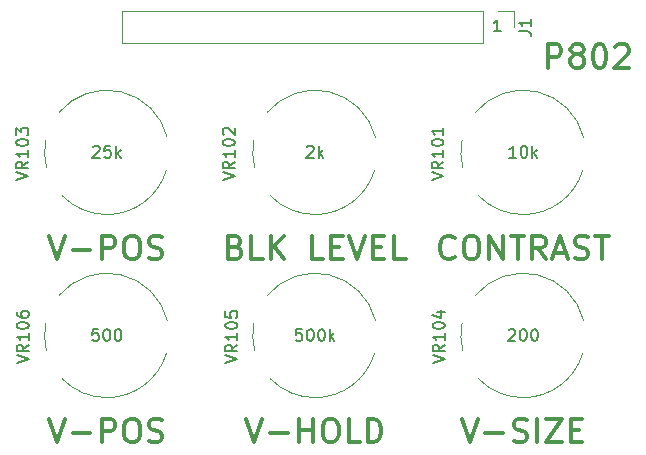
<source format=gbr>
%TF.GenerationSoftware,KiCad,Pcbnew,8.0.7*%
%TF.CreationDate,2025-03-30T18:54:05-04:00*%
%TF.ProjectId,WG P802 Adjustment Board,57472050-3830-4322-9041-646a7573746d,rev?*%
%TF.SameCoordinates,Original*%
%TF.FileFunction,Legend,Top*%
%TF.FilePolarity,Positive*%
%FSLAX46Y46*%
G04 Gerber Fmt 4.6, Leading zero omitted, Abs format (unit mm)*
G04 Created by KiCad (PCBNEW 8.0.7) date 2025-03-30 18:54:05*
%MOMM*%
%LPD*%
G01*
G04 APERTURE LIST*
%ADD10C,0.300000*%
%ADD11C,0.150000*%
%ADD12C,0.120000*%
G04 APERTURE END LIST*
D10*
X68559524Y-63659638D02*
X69226190Y-65659638D01*
X69226190Y-65659638D02*
X69892857Y-63659638D01*
X70559524Y-64897733D02*
X72083334Y-64897733D01*
X72940476Y-65564400D02*
X73226190Y-65659638D01*
X73226190Y-65659638D02*
X73702381Y-65659638D01*
X73702381Y-65659638D02*
X73892857Y-65564400D01*
X73892857Y-65564400D02*
X73988095Y-65469161D01*
X73988095Y-65469161D02*
X74083333Y-65278685D01*
X74083333Y-65278685D02*
X74083333Y-65088209D01*
X74083333Y-65088209D02*
X73988095Y-64897733D01*
X73988095Y-64897733D02*
X73892857Y-64802495D01*
X73892857Y-64802495D02*
X73702381Y-64707257D01*
X73702381Y-64707257D02*
X73321428Y-64612019D01*
X73321428Y-64612019D02*
X73130952Y-64516780D01*
X73130952Y-64516780D02*
X73035714Y-64421542D01*
X73035714Y-64421542D02*
X72940476Y-64231066D01*
X72940476Y-64231066D02*
X72940476Y-64040590D01*
X72940476Y-64040590D02*
X73035714Y-63850114D01*
X73035714Y-63850114D02*
X73130952Y-63754876D01*
X73130952Y-63754876D02*
X73321428Y-63659638D01*
X73321428Y-63659638D02*
X73797619Y-63659638D01*
X73797619Y-63659638D02*
X74083333Y-63754876D01*
X74940476Y-65659638D02*
X74940476Y-63659638D01*
X75702381Y-63659638D02*
X77035714Y-63659638D01*
X77035714Y-63659638D02*
X75702381Y-65659638D01*
X75702381Y-65659638D02*
X77035714Y-65659638D01*
X77797619Y-64612019D02*
X78464286Y-64612019D01*
X78750000Y-65659638D02*
X77797619Y-65659638D01*
X77797619Y-65659638D02*
X77797619Y-63659638D01*
X77797619Y-63659638D02*
X78750000Y-63659638D01*
D11*
X71860588Y-30869819D02*
X71289160Y-30869819D01*
X71574874Y-30869819D02*
X71574874Y-29869819D01*
X71574874Y-29869819D02*
X71479636Y-30012676D01*
X71479636Y-30012676D02*
X71384398Y-30107914D01*
X71384398Y-30107914D02*
X71289160Y-30155533D01*
D10*
X75849047Y-33959638D02*
X75849047Y-31959638D01*
X75849047Y-31959638D02*
X76610952Y-31959638D01*
X76610952Y-31959638D02*
X76801428Y-32054876D01*
X76801428Y-32054876D02*
X76896666Y-32150114D01*
X76896666Y-32150114D02*
X76991904Y-32340590D01*
X76991904Y-32340590D02*
X76991904Y-32626304D01*
X76991904Y-32626304D02*
X76896666Y-32816780D01*
X76896666Y-32816780D02*
X76801428Y-32912019D01*
X76801428Y-32912019D02*
X76610952Y-33007257D01*
X76610952Y-33007257D02*
X75849047Y-33007257D01*
X78134761Y-32816780D02*
X77944285Y-32721542D01*
X77944285Y-32721542D02*
X77849047Y-32626304D01*
X77849047Y-32626304D02*
X77753809Y-32435828D01*
X77753809Y-32435828D02*
X77753809Y-32340590D01*
X77753809Y-32340590D02*
X77849047Y-32150114D01*
X77849047Y-32150114D02*
X77944285Y-32054876D01*
X77944285Y-32054876D02*
X78134761Y-31959638D01*
X78134761Y-31959638D02*
X78515714Y-31959638D01*
X78515714Y-31959638D02*
X78706190Y-32054876D01*
X78706190Y-32054876D02*
X78801428Y-32150114D01*
X78801428Y-32150114D02*
X78896666Y-32340590D01*
X78896666Y-32340590D02*
X78896666Y-32435828D01*
X78896666Y-32435828D02*
X78801428Y-32626304D01*
X78801428Y-32626304D02*
X78706190Y-32721542D01*
X78706190Y-32721542D02*
X78515714Y-32816780D01*
X78515714Y-32816780D02*
X78134761Y-32816780D01*
X78134761Y-32816780D02*
X77944285Y-32912019D01*
X77944285Y-32912019D02*
X77849047Y-33007257D01*
X77849047Y-33007257D02*
X77753809Y-33197733D01*
X77753809Y-33197733D02*
X77753809Y-33578685D01*
X77753809Y-33578685D02*
X77849047Y-33769161D01*
X77849047Y-33769161D02*
X77944285Y-33864400D01*
X77944285Y-33864400D02*
X78134761Y-33959638D01*
X78134761Y-33959638D02*
X78515714Y-33959638D01*
X78515714Y-33959638D02*
X78706190Y-33864400D01*
X78706190Y-33864400D02*
X78801428Y-33769161D01*
X78801428Y-33769161D02*
X78896666Y-33578685D01*
X78896666Y-33578685D02*
X78896666Y-33197733D01*
X78896666Y-33197733D02*
X78801428Y-33007257D01*
X78801428Y-33007257D02*
X78706190Y-32912019D01*
X78706190Y-32912019D02*
X78515714Y-32816780D01*
X80134761Y-31959638D02*
X80325238Y-31959638D01*
X80325238Y-31959638D02*
X80515714Y-32054876D01*
X80515714Y-32054876D02*
X80610952Y-32150114D01*
X80610952Y-32150114D02*
X80706190Y-32340590D01*
X80706190Y-32340590D02*
X80801428Y-32721542D01*
X80801428Y-32721542D02*
X80801428Y-33197733D01*
X80801428Y-33197733D02*
X80706190Y-33578685D01*
X80706190Y-33578685D02*
X80610952Y-33769161D01*
X80610952Y-33769161D02*
X80515714Y-33864400D01*
X80515714Y-33864400D02*
X80325238Y-33959638D01*
X80325238Y-33959638D02*
X80134761Y-33959638D01*
X80134761Y-33959638D02*
X79944285Y-33864400D01*
X79944285Y-33864400D02*
X79849047Y-33769161D01*
X79849047Y-33769161D02*
X79753809Y-33578685D01*
X79753809Y-33578685D02*
X79658571Y-33197733D01*
X79658571Y-33197733D02*
X79658571Y-32721542D01*
X79658571Y-32721542D02*
X79753809Y-32340590D01*
X79753809Y-32340590D02*
X79849047Y-32150114D01*
X79849047Y-32150114D02*
X79944285Y-32054876D01*
X79944285Y-32054876D02*
X80134761Y-31959638D01*
X81563333Y-32150114D02*
X81658571Y-32054876D01*
X81658571Y-32054876D02*
X81849047Y-31959638D01*
X81849047Y-31959638D02*
X82325238Y-31959638D01*
X82325238Y-31959638D02*
X82515714Y-32054876D01*
X82515714Y-32054876D02*
X82610952Y-32150114D01*
X82610952Y-32150114D02*
X82706190Y-32340590D01*
X82706190Y-32340590D02*
X82706190Y-32531066D01*
X82706190Y-32531066D02*
X82610952Y-32816780D01*
X82610952Y-32816780D02*
X81468095Y-33959638D01*
X81468095Y-33959638D02*
X82706190Y-33959638D01*
X33595238Y-48159638D02*
X34261904Y-50159638D01*
X34261904Y-50159638D02*
X34928571Y-48159638D01*
X35595238Y-49397733D02*
X37119048Y-49397733D01*
X38071428Y-50159638D02*
X38071428Y-48159638D01*
X38071428Y-48159638D02*
X38833333Y-48159638D01*
X38833333Y-48159638D02*
X39023809Y-48254876D01*
X39023809Y-48254876D02*
X39119047Y-48350114D01*
X39119047Y-48350114D02*
X39214285Y-48540590D01*
X39214285Y-48540590D02*
X39214285Y-48826304D01*
X39214285Y-48826304D02*
X39119047Y-49016780D01*
X39119047Y-49016780D02*
X39023809Y-49112019D01*
X39023809Y-49112019D02*
X38833333Y-49207257D01*
X38833333Y-49207257D02*
X38071428Y-49207257D01*
X40452380Y-48159638D02*
X40833333Y-48159638D01*
X40833333Y-48159638D02*
X41023809Y-48254876D01*
X41023809Y-48254876D02*
X41214285Y-48445352D01*
X41214285Y-48445352D02*
X41309523Y-48826304D01*
X41309523Y-48826304D02*
X41309523Y-49492971D01*
X41309523Y-49492971D02*
X41214285Y-49873923D01*
X41214285Y-49873923D02*
X41023809Y-50064400D01*
X41023809Y-50064400D02*
X40833333Y-50159638D01*
X40833333Y-50159638D02*
X40452380Y-50159638D01*
X40452380Y-50159638D02*
X40261904Y-50064400D01*
X40261904Y-50064400D02*
X40071428Y-49873923D01*
X40071428Y-49873923D02*
X39976190Y-49492971D01*
X39976190Y-49492971D02*
X39976190Y-48826304D01*
X39976190Y-48826304D02*
X40071428Y-48445352D01*
X40071428Y-48445352D02*
X40261904Y-48254876D01*
X40261904Y-48254876D02*
X40452380Y-48159638D01*
X42071428Y-50064400D02*
X42357142Y-50159638D01*
X42357142Y-50159638D02*
X42833333Y-50159638D01*
X42833333Y-50159638D02*
X43023809Y-50064400D01*
X43023809Y-50064400D02*
X43119047Y-49969161D01*
X43119047Y-49969161D02*
X43214285Y-49778685D01*
X43214285Y-49778685D02*
X43214285Y-49588209D01*
X43214285Y-49588209D02*
X43119047Y-49397733D01*
X43119047Y-49397733D02*
X43023809Y-49302495D01*
X43023809Y-49302495D02*
X42833333Y-49207257D01*
X42833333Y-49207257D02*
X42452380Y-49112019D01*
X42452380Y-49112019D02*
X42261904Y-49016780D01*
X42261904Y-49016780D02*
X42166666Y-48921542D01*
X42166666Y-48921542D02*
X42071428Y-48731066D01*
X42071428Y-48731066D02*
X42071428Y-48540590D01*
X42071428Y-48540590D02*
X42166666Y-48350114D01*
X42166666Y-48350114D02*
X42261904Y-48254876D01*
X42261904Y-48254876D02*
X42452380Y-48159638D01*
X42452380Y-48159638D02*
X42928571Y-48159638D01*
X42928571Y-48159638D02*
X43214285Y-48254876D01*
X67940475Y-49969161D02*
X67845237Y-50064400D01*
X67845237Y-50064400D02*
X67559523Y-50159638D01*
X67559523Y-50159638D02*
X67369047Y-50159638D01*
X67369047Y-50159638D02*
X67083332Y-50064400D01*
X67083332Y-50064400D02*
X66892856Y-49873923D01*
X66892856Y-49873923D02*
X66797618Y-49683447D01*
X66797618Y-49683447D02*
X66702380Y-49302495D01*
X66702380Y-49302495D02*
X66702380Y-49016780D01*
X66702380Y-49016780D02*
X66797618Y-48635828D01*
X66797618Y-48635828D02*
X66892856Y-48445352D01*
X66892856Y-48445352D02*
X67083332Y-48254876D01*
X67083332Y-48254876D02*
X67369047Y-48159638D01*
X67369047Y-48159638D02*
X67559523Y-48159638D01*
X67559523Y-48159638D02*
X67845237Y-48254876D01*
X67845237Y-48254876D02*
X67940475Y-48350114D01*
X69178570Y-48159638D02*
X69559523Y-48159638D01*
X69559523Y-48159638D02*
X69749999Y-48254876D01*
X69749999Y-48254876D02*
X69940475Y-48445352D01*
X69940475Y-48445352D02*
X70035713Y-48826304D01*
X70035713Y-48826304D02*
X70035713Y-49492971D01*
X70035713Y-49492971D02*
X69940475Y-49873923D01*
X69940475Y-49873923D02*
X69749999Y-50064400D01*
X69749999Y-50064400D02*
X69559523Y-50159638D01*
X69559523Y-50159638D02*
X69178570Y-50159638D01*
X69178570Y-50159638D02*
X68988094Y-50064400D01*
X68988094Y-50064400D02*
X68797618Y-49873923D01*
X68797618Y-49873923D02*
X68702380Y-49492971D01*
X68702380Y-49492971D02*
X68702380Y-48826304D01*
X68702380Y-48826304D02*
X68797618Y-48445352D01*
X68797618Y-48445352D02*
X68988094Y-48254876D01*
X68988094Y-48254876D02*
X69178570Y-48159638D01*
X70892856Y-50159638D02*
X70892856Y-48159638D01*
X70892856Y-48159638D02*
X72035713Y-50159638D01*
X72035713Y-50159638D02*
X72035713Y-48159638D01*
X72702380Y-48159638D02*
X73845237Y-48159638D01*
X73273808Y-50159638D02*
X73273808Y-48159638D01*
X75654761Y-50159638D02*
X74988094Y-49207257D01*
X74511904Y-50159638D02*
X74511904Y-48159638D01*
X74511904Y-48159638D02*
X75273809Y-48159638D01*
X75273809Y-48159638D02*
X75464285Y-48254876D01*
X75464285Y-48254876D02*
X75559523Y-48350114D01*
X75559523Y-48350114D02*
X75654761Y-48540590D01*
X75654761Y-48540590D02*
X75654761Y-48826304D01*
X75654761Y-48826304D02*
X75559523Y-49016780D01*
X75559523Y-49016780D02*
X75464285Y-49112019D01*
X75464285Y-49112019D02*
X75273809Y-49207257D01*
X75273809Y-49207257D02*
X74511904Y-49207257D01*
X76416666Y-49588209D02*
X77369047Y-49588209D01*
X76226190Y-50159638D02*
X76892856Y-48159638D01*
X76892856Y-48159638D02*
X77559523Y-50159638D01*
X78130952Y-50064400D02*
X78416666Y-50159638D01*
X78416666Y-50159638D02*
X78892857Y-50159638D01*
X78892857Y-50159638D02*
X79083333Y-50064400D01*
X79083333Y-50064400D02*
X79178571Y-49969161D01*
X79178571Y-49969161D02*
X79273809Y-49778685D01*
X79273809Y-49778685D02*
X79273809Y-49588209D01*
X79273809Y-49588209D02*
X79178571Y-49397733D01*
X79178571Y-49397733D02*
X79083333Y-49302495D01*
X79083333Y-49302495D02*
X78892857Y-49207257D01*
X78892857Y-49207257D02*
X78511904Y-49112019D01*
X78511904Y-49112019D02*
X78321428Y-49016780D01*
X78321428Y-49016780D02*
X78226190Y-48921542D01*
X78226190Y-48921542D02*
X78130952Y-48731066D01*
X78130952Y-48731066D02*
X78130952Y-48540590D01*
X78130952Y-48540590D02*
X78226190Y-48350114D01*
X78226190Y-48350114D02*
X78321428Y-48254876D01*
X78321428Y-48254876D02*
X78511904Y-48159638D01*
X78511904Y-48159638D02*
X78988095Y-48159638D01*
X78988095Y-48159638D02*
X79273809Y-48254876D01*
X79845238Y-48159638D02*
X80988095Y-48159638D01*
X80416666Y-50159638D02*
X80416666Y-48159638D01*
X33595238Y-63659638D02*
X34261904Y-65659638D01*
X34261904Y-65659638D02*
X34928571Y-63659638D01*
X35595238Y-64897733D02*
X37119048Y-64897733D01*
X38071428Y-65659638D02*
X38071428Y-63659638D01*
X38071428Y-63659638D02*
X38833333Y-63659638D01*
X38833333Y-63659638D02*
X39023809Y-63754876D01*
X39023809Y-63754876D02*
X39119047Y-63850114D01*
X39119047Y-63850114D02*
X39214285Y-64040590D01*
X39214285Y-64040590D02*
X39214285Y-64326304D01*
X39214285Y-64326304D02*
X39119047Y-64516780D01*
X39119047Y-64516780D02*
X39023809Y-64612019D01*
X39023809Y-64612019D02*
X38833333Y-64707257D01*
X38833333Y-64707257D02*
X38071428Y-64707257D01*
X40452380Y-63659638D02*
X40833333Y-63659638D01*
X40833333Y-63659638D02*
X41023809Y-63754876D01*
X41023809Y-63754876D02*
X41214285Y-63945352D01*
X41214285Y-63945352D02*
X41309523Y-64326304D01*
X41309523Y-64326304D02*
X41309523Y-64992971D01*
X41309523Y-64992971D02*
X41214285Y-65373923D01*
X41214285Y-65373923D02*
X41023809Y-65564400D01*
X41023809Y-65564400D02*
X40833333Y-65659638D01*
X40833333Y-65659638D02*
X40452380Y-65659638D01*
X40452380Y-65659638D02*
X40261904Y-65564400D01*
X40261904Y-65564400D02*
X40071428Y-65373923D01*
X40071428Y-65373923D02*
X39976190Y-64992971D01*
X39976190Y-64992971D02*
X39976190Y-64326304D01*
X39976190Y-64326304D02*
X40071428Y-63945352D01*
X40071428Y-63945352D02*
X40261904Y-63754876D01*
X40261904Y-63754876D02*
X40452380Y-63659638D01*
X42071428Y-65564400D02*
X42357142Y-65659638D01*
X42357142Y-65659638D02*
X42833333Y-65659638D01*
X42833333Y-65659638D02*
X43023809Y-65564400D01*
X43023809Y-65564400D02*
X43119047Y-65469161D01*
X43119047Y-65469161D02*
X43214285Y-65278685D01*
X43214285Y-65278685D02*
X43214285Y-65088209D01*
X43214285Y-65088209D02*
X43119047Y-64897733D01*
X43119047Y-64897733D02*
X43023809Y-64802495D01*
X43023809Y-64802495D02*
X42833333Y-64707257D01*
X42833333Y-64707257D02*
X42452380Y-64612019D01*
X42452380Y-64612019D02*
X42261904Y-64516780D01*
X42261904Y-64516780D02*
X42166666Y-64421542D01*
X42166666Y-64421542D02*
X42071428Y-64231066D01*
X42071428Y-64231066D02*
X42071428Y-64040590D01*
X42071428Y-64040590D02*
X42166666Y-63850114D01*
X42166666Y-63850114D02*
X42261904Y-63754876D01*
X42261904Y-63754876D02*
X42452380Y-63659638D01*
X42452380Y-63659638D02*
X42928571Y-63659638D01*
X42928571Y-63659638D02*
X43214285Y-63754876D01*
X49410713Y-49112019D02*
X49696427Y-49207257D01*
X49696427Y-49207257D02*
X49791665Y-49302495D01*
X49791665Y-49302495D02*
X49886903Y-49492971D01*
X49886903Y-49492971D02*
X49886903Y-49778685D01*
X49886903Y-49778685D02*
X49791665Y-49969161D01*
X49791665Y-49969161D02*
X49696427Y-50064400D01*
X49696427Y-50064400D02*
X49505951Y-50159638D01*
X49505951Y-50159638D02*
X48744046Y-50159638D01*
X48744046Y-50159638D02*
X48744046Y-48159638D01*
X48744046Y-48159638D02*
X49410713Y-48159638D01*
X49410713Y-48159638D02*
X49601189Y-48254876D01*
X49601189Y-48254876D02*
X49696427Y-48350114D01*
X49696427Y-48350114D02*
X49791665Y-48540590D01*
X49791665Y-48540590D02*
X49791665Y-48731066D01*
X49791665Y-48731066D02*
X49696427Y-48921542D01*
X49696427Y-48921542D02*
X49601189Y-49016780D01*
X49601189Y-49016780D02*
X49410713Y-49112019D01*
X49410713Y-49112019D02*
X48744046Y-49112019D01*
X51696427Y-50159638D02*
X50744046Y-50159638D01*
X50744046Y-50159638D02*
X50744046Y-48159638D01*
X52363094Y-50159638D02*
X52363094Y-48159638D01*
X53505951Y-50159638D02*
X52648808Y-49016780D01*
X53505951Y-48159638D02*
X52363094Y-49302495D01*
X56839285Y-50159638D02*
X55886904Y-50159638D01*
X55886904Y-50159638D02*
X55886904Y-48159638D01*
X57505952Y-49112019D02*
X58172619Y-49112019D01*
X58458333Y-50159638D02*
X57505952Y-50159638D01*
X57505952Y-50159638D02*
X57505952Y-48159638D01*
X57505952Y-48159638D02*
X58458333Y-48159638D01*
X59029762Y-48159638D02*
X59696428Y-50159638D01*
X59696428Y-50159638D02*
X60363095Y-48159638D01*
X61029762Y-49112019D02*
X61696429Y-49112019D01*
X61982143Y-50159638D02*
X61029762Y-50159638D01*
X61029762Y-50159638D02*
X61029762Y-48159638D01*
X61029762Y-48159638D02*
X61982143Y-48159638D01*
X63791667Y-50159638D02*
X62839286Y-50159638D01*
X62839286Y-50159638D02*
X62839286Y-48159638D01*
X50315476Y-63659638D02*
X50982142Y-65659638D01*
X50982142Y-65659638D02*
X51648809Y-63659638D01*
X52315476Y-64897733D02*
X53839286Y-64897733D01*
X54791666Y-65659638D02*
X54791666Y-63659638D01*
X54791666Y-64612019D02*
X55934523Y-64612019D01*
X55934523Y-65659638D02*
X55934523Y-63659638D01*
X57267856Y-63659638D02*
X57648809Y-63659638D01*
X57648809Y-63659638D02*
X57839285Y-63754876D01*
X57839285Y-63754876D02*
X58029761Y-63945352D01*
X58029761Y-63945352D02*
X58124999Y-64326304D01*
X58124999Y-64326304D02*
X58124999Y-64992971D01*
X58124999Y-64992971D02*
X58029761Y-65373923D01*
X58029761Y-65373923D02*
X57839285Y-65564400D01*
X57839285Y-65564400D02*
X57648809Y-65659638D01*
X57648809Y-65659638D02*
X57267856Y-65659638D01*
X57267856Y-65659638D02*
X57077380Y-65564400D01*
X57077380Y-65564400D02*
X56886904Y-65373923D01*
X56886904Y-65373923D02*
X56791666Y-64992971D01*
X56791666Y-64992971D02*
X56791666Y-64326304D01*
X56791666Y-64326304D02*
X56886904Y-63945352D01*
X56886904Y-63945352D02*
X57077380Y-63754876D01*
X57077380Y-63754876D02*
X57267856Y-63659638D01*
X59934523Y-65659638D02*
X58982142Y-65659638D01*
X58982142Y-65659638D02*
X58982142Y-63659638D01*
X60601190Y-65659638D02*
X60601190Y-63659638D01*
X60601190Y-63659638D02*
X61077380Y-63659638D01*
X61077380Y-63659638D02*
X61363095Y-63754876D01*
X61363095Y-63754876D02*
X61553571Y-63945352D01*
X61553571Y-63945352D02*
X61648809Y-64135828D01*
X61648809Y-64135828D02*
X61744047Y-64516780D01*
X61744047Y-64516780D02*
X61744047Y-64802495D01*
X61744047Y-64802495D02*
X61648809Y-65183447D01*
X61648809Y-65183447D02*
X61553571Y-65373923D01*
X61553571Y-65373923D02*
X61363095Y-65564400D01*
X61363095Y-65564400D02*
X61077380Y-65659638D01*
X61077380Y-65659638D02*
X60601190Y-65659638D01*
D11*
X30834819Y-43461904D02*
X31834819Y-43128571D01*
X31834819Y-43128571D02*
X30834819Y-42795238D01*
X31834819Y-41890476D02*
X31358628Y-42223809D01*
X31834819Y-42461904D02*
X30834819Y-42461904D01*
X30834819Y-42461904D02*
X30834819Y-42080952D01*
X30834819Y-42080952D02*
X30882438Y-41985714D01*
X30882438Y-41985714D02*
X30930057Y-41938095D01*
X30930057Y-41938095D02*
X31025295Y-41890476D01*
X31025295Y-41890476D02*
X31168152Y-41890476D01*
X31168152Y-41890476D02*
X31263390Y-41938095D01*
X31263390Y-41938095D02*
X31311009Y-41985714D01*
X31311009Y-41985714D02*
X31358628Y-42080952D01*
X31358628Y-42080952D02*
X31358628Y-42461904D01*
X31834819Y-40938095D02*
X31834819Y-41509523D01*
X31834819Y-41223809D02*
X30834819Y-41223809D01*
X30834819Y-41223809D02*
X30977676Y-41319047D01*
X30977676Y-41319047D02*
X31072914Y-41414285D01*
X31072914Y-41414285D02*
X31120533Y-41509523D01*
X30834819Y-40319047D02*
X30834819Y-40223809D01*
X30834819Y-40223809D02*
X30882438Y-40128571D01*
X30882438Y-40128571D02*
X30930057Y-40080952D01*
X30930057Y-40080952D02*
X31025295Y-40033333D01*
X31025295Y-40033333D02*
X31215771Y-39985714D01*
X31215771Y-39985714D02*
X31453866Y-39985714D01*
X31453866Y-39985714D02*
X31644342Y-40033333D01*
X31644342Y-40033333D02*
X31739580Y-40080952D01*
X31739580Y-40080952D02*
X31787200Y-40128571D01*
X31787200Y-40128571D02*
X31834819Y-40223809D01*
X31834819Y-40223809D02*
X31834819Y-40319047D01*
X31834819Y-40319047D02*
X31787200Y-40414285D01*
X31787200Y-40414285D02*
X31739580Y-40461904D01*
X31739580Y-40461904D02*
X31644342Y-40509523D01*
X31644342Y-40509523D02*
X31453866Y-40557142D01*
X31453866Y-40557142D02*
X31215771Y-40557142D01*
X31215771Y-40557142D02*
X31025295Y-40509523D01*
X31025295Y-40509523D02*
X30930057Y-40461904D01*
X30930057Y-40461904D02*
X30882438Y-40414285D01*
X30882438Y-40414285D02*
X30834819Y-40319047D01*
X30834819Y-39652380D02*
X30834819Y-39033333D01*
X30834819Y-39033333D02*
X31215771Y-39366666D01*
X31215771Y-39366666D02*
X31215771Y-39223809D01*
X31215771Y-39223809D02*
X31263390Y-39128571D01*
X31263390Y-39128571D02*
X31311009Y-39080952D01*
X31311009Y-39080952D02*
X31406247Y-39033333D01*
X31406247Y-39033333D02*
X31644342Y-39033333D01*
X31644342Y-39033333D02*
X31739580Y-39080952D01*
X31739580Y-39080952D02*
X31787200Y-39128571D01*
X31787200Y-39128571D02*
X31834819Y-39223809D01*
X31834819Y-39223809D02*
X31834819Y-39509523D01*
X31834819Y-39509523D02*
X31787200Y-39604761D01*
X31787200Y-39604761D02*
X31739580Y-39652380D01*
X37333333Y-40650057D02*
X37380952Y-40602438D01*
X37380952Y-40602438D02*
X37476190Y-40554819D01*
X37476190Y-40554819D02*
X37714285Y-40554819D01*
X37714285Y-40554819D02*
X37809523Y-40602438D01*
X37809523Y-40602438D02*
X37857142Y-40650057D01*
X37857142Y-40650057D02*
X37904761Y-40745295D01*
X37904761Y-40745295D02*
X37904761Y-40840533D01*
X37904761Y-40840533D02*
X37857142Y-40983390D01*
X37857142Y-40983390D02*
X37285714Y-41554819D01*
X37285714Y-41554819D02*
X37904761Y-41554819D01*
X38809523Y-40554819D02*
X38333333Y-40554819D01*
X38333333Y-40554819D02*
X38285714Y-41031009D01*
X38285714Y-41031009D02*
X38333333Y-40983390D01*
X38333333Y-40983390D02*
X38428571Y-40935771D01*
X38428571Y-40935771D02*
X38666666Y-40935771D01*
X38666666Y-40935771D02*
X38761904Y-40983390D01*
X38761904Y-40983390D02*
X38809523Y-41031009D01*
X38809523Y-41031009D02*
X38857142Y-41126247D01*
X38857142Y-41126247D02*
X38857142Y-41364342D01*
X38857142Y-41364342D02*
X38809523Y-41459580D01*
X38809523Y-41459580D02*
X38761904Y-41507200D01*
X38761904Y-41507200D02*
X38666666Y-41554819D01*
X38666666Y-41554819D02*
X38428571Y-41554819D01*
X38428571Y-41554819D02*
X38333333Y-41507200D01*
X38333333Y-41507200D02*
X38285714Y-41459580D01*
X39285714Y-41554819D02*
X39285714Y-40554819D01*
X39380952Y-41173866D02*
X39666666Y-41554819D01*
X39666666Y-40888152D02*
X39285714Y-41269104D01*
X48324819Y-43461904D02*
X49324819Y-43128571D01*
X49324819Y-43128571D02*
X48324819Y-42795238D01*
X49324819Y-41890476D02*
X48848628Y-42223809D01*
X49324819Y-42461904D02*
X48324819Y-42461904D01*
X48324819Y-42461904D02*
X48324819Y-42080952D01*
X48324819Y-42080952D02*
X48372438Y-41985714D01*
X48372438Y-41985714D02*
X48420057Y-41938095D01*
X48420057Y-41938095D02*
X48515295Y-41890476D01*
X48515295Y-41890476D02*
X48658152Y-41890476D01*
X48658152Y-41890476D02*
X48753390Y-41938095D01*
X48753390Y-41938095D02*
X48801009Y-41985714D01*
X48801009Y-41985714D02*
X48848628Y-42080952D01*
X48848628Y-42080952D02*
X48848628Y-42461904D01*
X49324819Y-40938095D02*
X49324819Y-41509523D01*
X49324819Y-41223809D02*
X48324819Y-41223809D01*
X48324819Y-41223809D02*
X48467676Y-41319047D01*
X48467676Y-41319047D02*
X48562914Y-41414285D01*
X48562914Y-41414285D02*
X48610533Y-41509523D01*
X48324819Y-40319047D02*
X48324819Y-40223809D01*
X48324819Y-40223809D02*
X48372438Y-40128571D01*
X48372438Y-40128571D02*
X48420057Y-40080952D01*
X48420057Y-40080952D02*
X48515295Y-40033333D01*
X48515295Y-40033333D02*
X48705771Y-39985714D01*
X48705771Y-39985714D02*
X48943866Y-39985714D01*
X48943866Y-39985714D02*
X49134342Y-40033333D01*
X49134342Y-40033333D02*
X49229580Y-40080952D01*
X49229580Y-40080952D02*
X49277200Y-40128571D01*
X49277200Y-40128571D02*
X49324819Y-40223809D01*
X49324819Y-40223809D02*
X49324819Y-40319047D01*
X49324819Y-40319047D02*
X49277200Y-40414285D01*
X49277200Y-40414285D02*
X49229580Y-40461904D01*
X49229580Y-40461904D02*
X49134342Y-40509523D01*
X49134342Y-40509523D02*
X48943866Y-40557142D01*
X48943866Y-40557142D02*
X48705771Y-40557142D01*
X48705771Y-40557142D02*
X48515295Y-40509523D01*
X48515295Y-40509523D02*
X48420057Y-40461904D01*
X48420057Y-40461904D02*
X48372438Y-40414285D01*
X48372438Y-40414285D02*
X48324819Y-40319047D01*
X48420057Y-39604761D02*
X48372438Y-39557142D01*
X48372438Y-39557142D02*
X48324819Y-39461904D01*
X48324819Y-39461904D02*
X48324819Y-39223809D01*
X48324819Y-39223809D02*
X48372438Y-39128571D01*
X48372438Y-39128571D02*
X48420057Y-39080952D01*
X48420057Y-39080952D02*
X48515295Y-39033333D01*
X48515295Y-39033333D02*
X48610533Y-39033333D01*
X48610533Y-39033333D02*
X48753390Y-39080952D01*
X48753390Y-39080952D02*
X49324819Y-39652380D01*
X49324819Y-39652380D02*
X49324819Y-39033333D01*
X55434524Y-40650057D02*
X55482143Y-40602438D01*
X55482143Y-40602438D02*
X55577381Y-40554819D01*
X55577381Y-40554819D02*
X55815476Y-40554819D01*
X55815476Y-40554819D02*
X55910714Y-40602438D01*
X55910714Y-40602438D02*
X55958333Y-40650057D01*
X55958333Y-40650057D02*
X56005952Y-40745295D01*
X56005952Y-40745295D02*
X56005952Y-40840533D01*
X56005952Y-40840533D02*
X55958333Y-40983390D01*
X55958333Y-40983390D02*
X55386905Y-41554819D01*
X55386905Y-41554819D02*
X56005952Y-41554819D01*
X56434524Y-41554819D02*
X56434524Y-40554819D01*
X56529762Y-41173866D02*
X56815476Y-41554819D01*
X56815476Y-40888152D02*
X56434524Y-41269104D01*
X73399819Y-30833333D02*
X74114104Y-30833333D01*
X74114104Y-30833333D02*
X74256961Y-30880952D01*
X74256961Y-30880952D02*
X74352200Y-30976190D01*
X74352200Y-30976190D02*
X74399819Y-31119047D01*
X74399819Y-31119047D02*
X74399819Y-31214285D01*
X74399819Y-29833333D02*
X74399819Y-30404761D01*
X74399819Y-30119047D02*
X73399819Y-30119047D01*
X73399819Y-30119047D02*
X73542676Y-30214285D01*
X73542676Y-30214285D02*
X73637914Y-30309523D01*
X73637914Y-30309523D02*
X73685533Y-30404761D01*
X66004819Y-43461904D02*
X67004819Y-43128571D01*
X67004819Y-43128571D02*
X66004819Y-42795238D01*
X67004819Y-41890476D02*
X66528628Y-42223809D01*
X67004819Y-42461904D02*
X66004819Y-42461904D01*
X66004819Y-42461904D02*
X66004819Y-42080952D01*
X66004819Y-42080952D02*
X66052438Y-41985714D01*
X66052438Y-41985714D02*
X66100057Y-41938095D01*
X66100057Y-41938095D02*
X66195295Y-41890476D01*
X66195295Y-41890476D02*
X66338152Y-41890476D01*
X66338152Y-41890476D02*
X66433390Y-41938095D01*
X66433390Y-41938095D02*
X66481009Y-41985714D01*
X66481009Y-41985714D02*
X66528628Y-42080952D01*
X66528628Y-42080952D02*
X66528628Y-42461904D01*
X67004819Y-40938095D02*
X67004819Y-41509523D01*
X67004819Y-41223809D02*
X66004819Y-41223809D01*
X66004819Y-41223809D02*
X66147676Y-41319047D01*
X66147676Y-41319047D02*
X66242914Y-41414285D01*
X66242914Y-41414285D02*
X66290533Y-41509523D01*
X66004819Y-40319047D02*
X66004819Y-40223809D01*
X66004819Y-40223809D02*
X66052438Y-40128571D01*
X66052438Y-40128571D02*
X66100057Y-40080952D01*
X66100057Y-40080952D02*
X66195295Y-40033333D01*
X66195295Y-40033333D02*
X66385771Y-39985714D01*
X66385771Y-39985714D02*
X66623866Y-39985714D01*
X66623866Y-39985714D02*
X66814342Y-40033333D01*
X66814342Y-40033333D02*
X66909580Y-40080952D01*
X66909580Y-40080952D02*
X66957200Y-40128571D01*
X66957200Y-40128571D02*
X67004819Y-40223809D01*
X67004819Y-40223809D02*
X67004819Y-40319047D01*
X67004819Y-40319047D02*
X66957200Y-40414285D01*
X66957200Y-40414285D02*
X66909580Y-40461904D01*
X66909580Y-40461904D02*
X66814342Y-40509523D01*
X66814342Y-40509523D02*
X66623866Y-40557142D01*
X66623866Y-40557142D02*
X66385771Y-40557142D01*
X66385771Y-40557142D02*
X66195295Y-40509523D01*
X66195295Y-40509523D02*
X66100057Y-40461904D01*
X66100057Y-40461904D02*
X66052438Y-40414285D01*
X66052438Y-40414285D02*
X66004819Y-40319047D01*
X67004819Y-39033333D02*
X67004819Y-39604761D01*
X67004819Y-39319047D02*
X66004819Y-39319047D01*
X66004819Y-39319047D02*
X66147676Y-39414285D01*
X66147676Y-39414285D02*
X66242914Y-39509523D01*
X66242914Y-39509523D02*
X66290533Y-39604761D01*
X73154761Y-41554819D02*
X72583333Y-41554819D01*
X72869047Y-41554819D02*
X72869047Y-40554819D01*
X72869047Y-40554819D02*
X72773809Y-40697676D01*
X72773809Y-40697676D02*
X72678571Y-40792914D01*
X72678571Y-40792914D02*
X72583333Y-40840533D01*
X73773809Y-40554819D02*
X73869047Y-40554819D01*
X73869047Y-40554819D02*
X73964285Y-40602438D01*
X73964285Y-40602438D02*
X74011904Y-40650057D01*
X74011904Y-40650057D02*
X74059523Y-40745295D01*
X74059523Y-40745295D02*
X74107142Y-40935771D01*
X74107142Y-40935771D02*
X74107142Y-41173866D01*
X74107142Y-41173866D02*
X74059523Y-41364342D01*
X74059523Y-41364342D02*
X74011904Y-41459580D01*
X74011904Y-41459580D02*
X73964285Y-41507200D01*
X73964285Y-41507200D02*
X73869047Y-41554819D01*
X73869047Y-41554819D02*
X73773809Y-41554819D01*
X73773809Y-41554819D02*
X73678571Y-41507200D01*
X73678571Y-41507200D02*
X73630952Y-41459580D01*
X73630952Y-41459580D02*
X73583333Y-41364342D01*
X73583333Y-41364342D02*
X73535714Y-41173866D01*
X73535714Y-41173866D02*
X73535714Y-40935771D01*
X73535714Y-40935771D02*
X73583333Y-40745295D01*
X73583333Y-40745295D02*
X73630952Y-40650057D01*
X73630952Y-40650057D02*
X73678571Y-40602438D01*
X73678571Y-40602438D02*
X73773809Y-40554819D01*
X74535714Y-41554819D02*
X74535714Y-40554819D01*
X74630952Y-41173866D02*
X74916666Y-41554819D01*
X74916666Y-40888152D02*
X74535714Y-41269104D01*
X48544819Y-58951904D02*
X49544819Y-58618571D01*
X49544819Y-58618571D02*
X48544819Y-58285238D01*
X49544819Y-57380476D02*
X49068628Y-57713809D01*
X49544819Y-57951904D02*
X48544819Y-57951904D01*
X48544819Y-57951904D02*
X48544819Y-57570952D01*
X48544819Y-57570952D02*
X48592438Y-57475714D01*
X48592438Y-57475714D02*
X48640057Y-57428095D01*
X48640057Y-57428095D02*
X48735295Y-57380476D01*
X48735295Y-57380476D02*
X48878152Y-57380476D01*
X48878152Y-57380476D02*
X48973390Y-57428095D01*
X48973390Y-57428095D02*
X49021009Y-57475714D01*
X49021009Y-57475714D02*
X49068628Y-57570952D01*
X49068628Y-57570952D02*
X49068628Y-57951904D01*
X49544819Y-56428095D02*
X49544819Y-56999523D01*
X49544819Y-56713809D02*
X48544819Y-56713809D01*
X48544819Y-56713809D02*
X48687676Y-56809047D01*
X48687676Y-56809047D02*
X48782914Y-56904285D01*
X48782914Y-56904285D02*
X48830533Y-56999523D01*
X48544819Y-55809047D02*
X48544819Y-55713809D01*
X48544819Y-55713809D02*
X48592438Y-55618571D01*
X48592438Y-55618571D02*
X48640057Y-55570952D01*
X48640057Y-55570952D02*
X48735295Y-55523333D01*
X48735295Y-55523333D02*
X48925771Y-55475714D01*
X48925771Y-55475714D02*
X49163866Y-55475714D01*
X49163866Y-55475714D02*
X49354342Y-55523333D01*
X49354342Y-55523333D02*
X49449580Y-55570952D01*
X49449580Y-55570952D02*
X49497200Y-55618571D01*
X49497200Y-55618571D02*
X49544819Y-55713809D01*
X49544819Y-55713809D02*
X49544819Y-55809047D01*
X49544819Y-55809047D02*
X49497200Y-55904285D01*
X49497200Y-55904285D02*
X49449580Y-55951904D01*
X49449580Y-55951904D02*
X49354342Y-55999523D01*
X49354342Y-55999523D02*
X49163866Y-56047142D01*
X49163866Y-56047142D02*
X48925771Y-56047142D01*
X48925771Y-56047142D02*
X48735295Y-55999523D01*
X48735295Y-55999523D02*
X48640057Y-55951904D01*
X48640057Y-55951904D02*
X48592438Y-55904285D01*
X48592438Y-55904285D02*
X48544819Y-55809047D01*
X48544819Y-54570952D02*
X48544819Y-55047142D01*
X48544819Y-55047142D02*
X49021009Y-55094761D01*
X49021009Y-55094761D02*
X48973390Y-55047142D01*
X48973390Y-55047142D02*
X48925771Y-54951904D01*
X48925771Y-54951904D02*
X48925771Y-54713809D01*
X48925771Y-54713809D02*
X48973390Y-54618571D01*
X48973390Y-54618571D02*
X49021009Y-54570952D01*
X49021009Y-54570952D02*
X49116247Y-54523333D01*
X49116247Y-54523333D02*
X49354342Y-54523333D01*
X49354342Y-54523333D02*
X49449580Y-54570952D01*
X49449580Y-54570952D02*
X49497200Y-54618571D01*
X49497200Y-54618571D02*
X49544819Y-54713809D01*
X49544819Y-54713809D02*
X49544819Y-54951904D01*
X49544819Y-54951904D02*
X49497200Y-55047142D01*
X49497200Y-55047142D02*
X49449580Y-55094761D01*
X55005952Y-56054819D02*
X54529762Y-56054819D01*
X54529762Y-56054819D02*
X54482143Y-56531009D01*
X54482143Y-56531009D02*
X54529762Y-56483390D01*
X54529762Y-56483390D02*
X54625000Y-56435771D01*
X54625000Y-56435771D02*
X54863095Y-56435771D01*
X54863095Y-56435771D02*
X54958333Y-56483390D01*
X54958333Y-56483390D02*
X55005952Y-56531009D01*
X55005952Y-56531009D02*
X55053571Y-56626247D01*
X55053571Y-56626247D02*
X55053571Y-56864342D01*
X55053571Y-56864342D02*
X55005952Y-56959580D01*
X55005952Y-56959580D02*
X54958333Y-57007200D01*
X54958333Y-57007200D02*
X54863095Y-57054819D01*
X54863095Y-57054819D02*
X54625000Y-57054819D01*
X54625000Y-57054819D02*
X54529762Y-57007200D01*
X54529762Y-57007200D02*
X54482143Y-56959580D01*
X55672619Y-56054819D02*
X55767857Y-56054819D01*
X55767857Y-56054819D02*
X55863095Y-56102438D01*
X55863095Y-56102438D02*
X55910714Y-56150057D01*
X55910714Y-56150057D02*
X55958333Y-56245295D01*
X55958333Y-56245295D02*
X56005952Y-56435771D01*
X56005952Y-56435771D02*
X56005952Y-56673866D01*
X56005952Y-56673866D02*
X55958333Y-56864342D01*
X55958333Y-56864342D02*
X55910714Y-56959580D01*
X55910714Y-56959580D02*
X55863095Y-57007200D01*
X55863095Y-57007200D02*
X55767857Y-57054819D01*
X55767857Y-57054819D02*
X55672619Y-57054819D01*
X55672619Y-57054819D02*
X55577381Y-57007200D01*
X55577381Y-57007200D02*
X55529762Y-56959580D01*
X55529762Y-56959580D02*
X55482143Y-56864342D01*
X55482143Y-56864342D02*
X55434524Y-56673866D01*
X55434524Y-56673866D02*
X55434524Y-56435771D01*
X55434524Y-56435771D02*
X55482143Y-56245295D01*
X55482143Y-56245295D02*
X55529762Y-56150057D01*
X55529762Y-56150057D02*
X55577381Y-56102438D01*
X55577381Y-56102438D02*
X55672619Y-56054819D01*
X56625000Y-56054819D02*
X56720238Y-56054819D01*
X56720238Y-56054819D02*
X56815476Y-56102438D01*
X56815476Y-56102438D02*
X56863095Y-56150057D01*
X56863095Y-56150057D02*
X56910714Y-56245295D01*
X56910714Y-56245295D02*
X56958333Y-56435771D01*
X56958333Y-56435771D02*
X56958333Y-56673866D01*
X56958333Y-56673866D02*
X56910714Y-56864342D01*
X56910714Y-56864342D02*
X56863095Y-56959580D01*
X56863095Y-56959580D02*
X56815476Y-57007200D01*
X56815476Y-57007200D02*
X56720238Y-57054819D01*
X56720238Y-57054819D02*
X56625000Y-57054819D01*
X56625000Y-57054819D02*
X56529762Y-57007200D01*
X56529762Y-57007200D02*
X56482143Y-56959580D01*
X56482143Y-56959580D02*
X56434524Y-56864342D01*
X56434524Y-56864342D02*
X56386905Y-56673866D01*
X56386905Y-56673866D02*
X56386905Y-56435771D01*
X56386905Y-56435771D02*
X56434524Y-56245295D01*
X56434524Y-56245295D02*
X56482143Y-56150057D01*
X56482143Y-56150057D02*
X56529762Y-56102438D01*
X56529762Y-56102438D02*
X56625000Y-56054819D01*
X57386905Y-57054819D02*
X57386905Y-56054819D01*
X57482143Y-56673866D02*
X57767857Y-57054819D01*
X57767857Y-56388152D02*
X57386905Y-56769104D01*
X30884819Y-58951904D02*
X31884819Y-58618571D01*
X31884819Y-58618571D02*
X30884819Y-58285238D01*
X31884819Y-57380476D02*
X31408628Y-57713809D01*
X31884819Y-57951904D02*
X30884819Y-57951904D01*
X30884819Y-57951904D02*
X30884819Y-57570952D01*
X30884819Y-57570952D02*
X30932438Y-57475714D01*
X30932438Y-57475714D02*
X30980057Y-57428095D01*
X30980057Y-57428095D02*
X31075295Y-57380476D01*
X31075295Y-57380476D02*
X31218152Y-57380476D01*
X31218152Y-57380476D02*
X31313390Y-57428095D01*
X31313390Y-57428095D02*
X31361009Y-57475714D01*
X31361009Y-57475714D02*
X31408628Y-57570952D01*
X31408628Y-57570952D02*
X31408628Y-57951904D01*
X31884819Y-56428095D02*
X31884819Y-56999523D01*
X31884819Y-56713809D02*
X30884819Y-56713809D01*
X30884819Y-56713809D02*
X31027676Y-56809047D01*
X31027676Y-56809047D02*
X31122914Y-56904285D01*
X31122914Y-56904285D02*
X31170533Y-56999523D01*
X30884819Y-55809047D02*
X30884819Y-55713809D01*
X30884819Y-55713809D02*
X30932438Y-55618571D01*
X30932438Y-55618571D02*
X30980057Y-55570952D01*
X30980057Y-55570952D02*
X31075295Y-55523333D01*
X31075295Y-55523333D02*
X31265771Y-55475714D01*
X31265771Y-55475714D02*
X31503866Y-55475714D01*
X31503866Y-55475714D02*
X31694342Y-55523333D01*
X31694342Y-55523333D02*
X31789580Y-55570952D01*
X31789580Y-55570952D02*
X31837200Y-55618571D01*
X31837200Y-55618571D02*
X31884819Y-55713809D01*
X31884819Y-55713809D02*
X31884819Y-55809047D01*
X31884819Y-55809047D02*
X31837200Y-55904285D01*
X31837200Y-55904285D02*
X31789580Y-55951904D01*
X31789580Y-55951904D02*
X31694342Y-55999523D01*
X31694342Y-55999523D02*
X31503866Y-56047142D01*
X31503866Y-56047142D02*
X31265771Y-56047142D01*
X31265771Y-56047142D02*
X31075295Y-55999523D01*
X31075295Y-55999523D02*
X30980057Y-55951904D01*
X30980057Y-55951904D02*
X30932438Y-55904285D01*
X30932438Y-55904285D02*
X30884819Y-55809047D01*
X30884819Y-54618571D02*
X30884819Y-54809047D01*
X30884819Y-54809047D02*
X30932438Y-54904285D01*
X30932438Y-54904285D02*
X30980057Y-54951904D01*
X30980057Y-54951904D02*
X31122914Y-55047142D01*
X31122914Y-55047142D02*
X31313390Y-55094761D01*
X31313390Y-55094761D02*
X31694342Y-55094761D01*
X31694342Y-55094761D02*
X31789580Y-55047142D01*
X31789580Y-55047142D02*
X31837200Y-54999523D01*
X31837200Y-54999523D02*
X31884819Y-54904285D01*
X31884819Y-54904285D02*
X31884819Y-54713809D01*
X31884819Y-54713809D02*
X31837200Y-54618571D01*
X31837200Y-54618571D02*
X31789580Y-54570952D01*
X31789580Y-54570952D02*
X31694342Y-54523333D01*
X31694342Y-54523333D02*
X31456247Y-54523333D01*
X31456247Y-54523333D02*
X31361009Y-54570952D01*
X31361009Y-54570952D02*
X31313390Y-54618571D01*
X31313390Y-54618571D02*
X31265771Y-54713809D01*
X31265771Y-54713809D02*
X31265771Y-54904285D01*
X31265771Y-54904285D02*
X31313390Y-54999523D01*
X31313390Y-54999523D02*
X31361009Y-55047142D01*
X31361009Y-55047142D02*
X31456247Y-55094761D01*
X37785714Y-56054819D02*
X37309524Y-56054819D01*
X37309524Y-56054819D02*
X37261905Y-56531009D01*
X37261905Y-56531009D02*
X37309524Y-56483390D01*
X37309524Y-56483390D02*
X37404762Y-56435771D01*
X37404762Y-56435771D02*
X37642857Y-56435771D01*
X37642857Y-56435771D02*
X37738095Y-56483390D01*
X37738095Y-56483390D02*
X37785714Y-56531009D01*
X37785714Y-56531009D02*
X37833333Y-56626247D01*
X37833333Y-56626247D02*
X37833333Y-56864342D01*
X37833333Y-56864342D02*
X37785714Y-56959580D01*
X37785714Y-56959580D02*
X37738095Y-57007200D01*
X37738095Y-57007200D02*
X37642857Y-57054819D01*
X37642857Y-57054819D02*
X37404762Y-57054819D01*
X37404762Y-57054819D02*
X37309524Y-57007200D01*
X37309524Y-57007200D02*
X37261905Y-56959580D01*
X38452381Y-56054819D02*
X38547619Y-56054819D01*
X38547619Y-56054819D02*
X38642857Y-56102438D01*
X38642857Y-56102438D02*
X38690476Y-56150057D01*
X38690476Y-56150057D02*
X38738095Y-56245295D01*
X38738095Y-56245295D02*
X38785714Y-56435771D01*
X38785714Y-56435771D02*
X38785714Y-56673866D01*
X38785714Y-56673866D02*
X38738095Y-56864342D01*
X38738095Y-56864342D02*
X38690476Y-56959580D01*
X38690476Y-56959580D02*
X38642857Y-57007200D01*
X38642857Y-57007200D02*
X38547619Y-57054819D01*
X38547619Y-57054819D02*
X38452381Y-57054819D01*
X38452381Y-57054819D02*
X38357143Y-57007200D01*
X38357143Y-57007200D02*
X38309524Y-56959580D01*
X38309524Y-56959580D02*
X38261905Y-56864342D01*
X38261905Y-56864342D02*
X38214286Y-56673866D01*
X38214286Y-56673866D02*
X38214286Y-56435771D01*
X38214286Y-56435771D02*
X38261905Y-56245295D01*
X38261905Y-56245295D02*
X38309524Y-56150057D01*
X38309524Y-56150057D02*
X38357143Y-56102438D01*
X38357143Y-56102438D02*
X38452381Y-56054819D01*
X39404762Y-56054819D02*
X39500000Y-56054819D01*
X39500000Y-56054819D02*
X39595238Y-56102438D01*
X39595238Y-56102438D02*
X39642857Y-56150057D01*
X39642857Y-56150057D02*
X39690476Y-56245295D01*
X39690476Y-56245295D02*
X39738095Y-56435771D01*
X39738095Y-56435771D02*
X39738095Y-56673866D01*
X39738095Y-56673866D02*
X39690476Y-56864342D01*
X39690476Y-56864342D02*
X39642857Y-56959580D01*
X39642857Y-56959580D02*
X39595238Y-57007200D01*
X39595238Y-57007200D02*
X39500000Y-57054819D01*
X39500000Y-57054819D02*
X39404762Y-57054819D01*
X39404762Y-57054819D02*
X39309524Y-57007200D01*
X39309524Y-57007200D02*
X39261905Y-56959580D01*
X39261905Y-56959580D02*
X39214286Y-56864342D01*
X39214286Y-56864342D02*
X39166667Y-56673866D01*
X39166667Y-56673866D02*
X39166667Y-56435771D01*
X39166667Y-56435771D02*
X39214286Y-56245295D01*
X39214286Y-56245295D02*
X39261905Y-56150057D01*
X39261905Y-56150057D02*
X39309524Y-56102438D01*
X39309524Y-56102438D02*
X39404762Y-56054819D01*
X66094819Y-58951904D02*
X67094819Y-58618571D01*
X67094819Y-58618571D02*
X66094819Y-58285238D01*
X67094819Y-57380476D02*
X66618628Y-57713809D01*
X67094819Y-57951904D02*
X66094819Y-57951904D01*
X66094819Y-57951904D02*
X66094819Y-57570952D01*
X66094819Y-57570952D02*
X66142438Y-57475714D01*
X66142438Y-57475714D02*
X66190057Y-57428095D01*
X66190057Y-57428095D02*
X66285295Y-57380476D01*
X66285295Y-57380476D02*
X66428152Y-57380476D01*
X66428152Y-57380476D02*
X66523390Y-57428095D01*
X66523390Y-57428095D02*
X66571009Y-57475714D01*
X66571009Y-57475714D02*
X66618628Y-57570952D01*
X66618628Y-57570952D02*
X66618628Y-57951904D01*
X67094819Y-56428095D02*
X67094819Y-56999523D01*
X67094819Y-56713809D02*
X66094819Y-56713809D01*
X66094819Y-56713809D02*
X66237676Y-56809047D01*
X66237676Y-56809047D02*
X66332914Y-56904285D01*
X66332914Y-56904285D02*
X66380533Y-56999523D01*
X66094819Y-55809047D02*
X66094819Y-55713809D01*
X66094819Y-55713809D02*
X66142438Y-55618571D01*
X66142438Y-55618571D02*
X66190057Y-55570952D01*
X66190057Y-55570952D02*
X66285295Y-55523333D01*
X66285295Y-55523333D02*
X66475771Y-55475714D01*
X66475771Y-55475714D02*
X66713866Y-55475714D01*
X66713866Y-55475714D02*
X66904342Y-55523333D01*
X66904342Y-55523333D02*
X66999580Y-55570952D01*
X66999580Y-55570952D02*
X67047200Y-55618571D01*
X67047200Y-55618571D02*
X67094819Y-55713809D01*
X67094819Y-55713809D02*
X67094819Y-55809047D01*
X67094819Y-55809047D02*
X67047200Y-55904285D01*
X67047200Y-55904285D02*
X66999580Y-55951904D01*
X66999580Y-55951904D02*
X66904342Y-55999523D01*
X66904342Y-55999523D02*
X66713866Y-56047142D01*
X66713866Y-56047142D02*
X66475771Y-56047142D01*
X66475771Y-56047142D02*
X66285295Y-55999523D01*
X66285295Y-55999523D02*
X66190057Y-55951904D01*
X66190057Y-55951904D02*
X66142438Y-55904285D01*
X66142438Y-55904285D02*
X66094819Y-55809047D01*
X66428152Y-54618571D02*
X67094819Y-54618571D01*
X66047200Y-54856666D02*
X66761485Y-55094761D01*
X66761485Y-55094761D02*
X66761485Y-54475714D01*
X72511905Y-56150057D02*
X72559524Y-56102438D01*
X72559524Y-56102438D02*
X72654762Y-56054819D01*
X72654762Y-56054819D02*
X72892857Y-56054819D01*
X72892857Y-56054819D02*
X72988095Y-56102438D01*
X72988095Y-56102438D02*
X73035714Y-56150057D01*
X73035714Y-56150057D02*
X73083333Y-56245295D01*
X73083333Y-56245295D02*
X73083333Y-56340533D01*
X73083333Y-56340533D02*
X73035714Y-56483390D01*
X73035714Y-56483390D02*
X72464286Y-57054819D01*
X72464286Y-57054819D02*
X73083333Y-57054819D01*
X73702381Y-56054819D02*
X73797619Y-56054819D01*
X73797619Y-56054819D02*
X73892857Y-56102438D01*
X73892857Y-56102438D02*
X73940476Y-56150057D01*
X73940476Y-56150057D02*
X73988095Y-56245295D01*
X73988095Y-56245295D02*
X74035714Y-56435771D01*
X74035714Y-56435771D02*
X74035714Y-56673866D01*
X74035714Y-56673866D02*
X73988095Y-56864342D01*
X73988095Y-56864342D02*
X73940476Y-56959580D01*
X73940476Y-56959580D02*
X73892857Y-57007200D01*
X73892857Y-57007200D02*
X73797619Y-57054819D01*
X73797619Y-57054819D02*
X73702381Y-57054819D01*
X73702381Y-57054819D02*
X73607143Y-57007200D01*
X73607143Y-57007200D02*
X73559524Y-56959580D01*
X73559524Y-56959580D02*
X73511905Y-56864342D01*
X73511905Y-56864342D02*
X73464286Y-56673866D01*
X73464286Y-56673866D02*
X73464286Y-56435771D01*
X73464286Y-56435771D02*
X73511905Y-56245295D01*
X73511905Y-56245295D02*
X73559524Y-56150057D01*
X73559524Y-56150057D02*
X73607143Y-56102438D01*
X73607143Y-56102438D02*
X73702381Y-56054819D01*
X74654762Y-56054819D02*
X74750000Y-56054819D01*
X74750000Y-56054819D02*
X74845238Y-56102438D01*
X74845238Y-56102438D02*
X74892857Y-56150057D01*
X74892857Y-56150057D02*
X74940476Y-56245295D01*
X74940476Y-56245295D02*
X74988095Y-56435771D01*
X74988095Y-56435771D02*
X74988095Y-56673866D01*
X74988095Y-56673866D02*
X74940476Y-56864342D01*
X74940476Y-56864342D02*
X74892857Y-56959580D01*
X74892857Y-56959580D02*
X74845238Y-57007200D01*
X74845238Y-57007200D02*
X74750000Y-57054819D01*
X74750000Y-57054819D02*
X74654762Y-57054819D01*
X74654762Y-57054819D02*
X74559524Y-57007200D01*
X74559524Y-57007200D02*
X74511905Y-56959580D01*
X74511905Y-56959580D02*
X74464286Y-56864342D01*
X74464286Y-56864342D02*
X74416667Y-56673866D01*
X74416667Y-56673866D02*
X74416667Y-56435771D01*
X74416667Y-56435771D02*
X74464286Y-56245295D01*
X74464286Y-56245295D02*
X74511905Y-56150057D01*
X74511905Y-56150057D02*
X74559524Y-56102438D01*
X74559524Y-56102438D02*
X74654762Y-56054819D01*
D12*
%TO.C,VR103*%
X33385610Y-42374881D02*
G75*
G02*
X33326000Y-40094000I5114390J1274881D01*
G01*
X34463379Y-37711526D02*
G75*
G02*
X43613999Y-39826000I4036621J-3388474D01*
G01*
X38592030Y-46369358D02*
G75*
G02*
X34709000Y-44761000I-92030J5269358D01*
G01*
X43539726Y-42640799D02*
G75*
G02*
X38500000Y-46370000I-5039726J1540799D01*
G01*
%TO.C,VR102*%
X51010610Y-42374881D02*
G75*
G02*
X50951000Y-40094000I5114390J1274881D01*
G01*
X52088379Y-37711526D02*
G75*
G02*
X61238999Y-39826000I4036621J-3388474D01*
G01*
X56217030Y-46369358D02*
G75*
G02*
X52334000Y-44761000I-92030J5269358D01*
G01*
X61164726Y-42640799D02*
G75*
G02*
X56125000Y-46370000I-5039726J1540799D01*
G01*
%TO.C,J1*%
X72945000Y-29170000D02*
X72945000Y-30500000D01*
X71615000Y-29170000D02*
X72945000Y-29170000D01*
X70345000Y-29170000D02*
X39805000Y-29170000D01*
X70345000Y-29170000D02*
X70345000Y-31830000D01*
X39805000Y-29170000D02*
X39805000Y-31830000D01*
X70345000Y-31830000D02*
X39805000Y-31830000D01*
%TO.C,VR101*%
X68635610Y-42374881D02*
G75*
G02*
X68576000Y-40094000I5114390J1274881D01*
G01*
X69713379Y-37711526D02*
G75*
G02*
X78863999Y-39826000I4036621J-3388474D01*
G01*
X73842030Y-46369358D02*
G75*
G02*
X69959000Y-44761000I-92030J5269358D01*
G01*
X78789726Y-42640799D02*
G75*
G02*
X73750000Y-46370000I-5039726J1540799D01*
G01*
%TO.C,VR105*%
X51010610Y-57874881D02*
G75*
G02*
X50951000Y-55594000I5114390J1274881D01*
G01*
X52088379Y-53211526D02*
G75*
G02*
X61238999Y-55326000I4036621J-3388474D01*
G01*
X56217030Y-61869358D02*
G75*
G02*
X52334000Y-60261000I-92030J5269358D01*
G01*
X61164726Y-58140799D02*
G75*
G02*
X56125000Y-61870000I-5039726J1540799D01*
G01*
%TO.C,VR106*%
X33385610Y-57874881D02*
G75*
G02*
X33326000Y-55594000I5114390J1274881D01*
G01*
X34463379Y-53211526D02*
G75*
G02*
X43613999Y-55326000I4036621J-3388474D01*
G01*
X38592030Y-61869358D02*
G75*
G02*
X34709000Y-60261000I-92030J5269358D01*
G01*
X43539726Y-58140799D02*
G75*
G02*
X38500000Y-61870000I-5039726J1540799D01*
G01*
%TO.C,VR104*%
X68635610Y-57874881D02*
G75*
G02*
X68576000Y-55594000I5114390J1274881D01*
G01*
X69713379Y-53211526D02*
G75*
G02*
X78863999Y-55326000I4036621J-3388474D01*
G01*
X73842030Y-61869358D02*
G75*
G02*
X69959000Y-60261000I-92030J5269358D01*
G01*
X78789726Y-58140799D02*
G75*
G02*
X73750000Y-61870000I-5039726J1540799D01*
G01*
%TD*%
M02*

</source>
